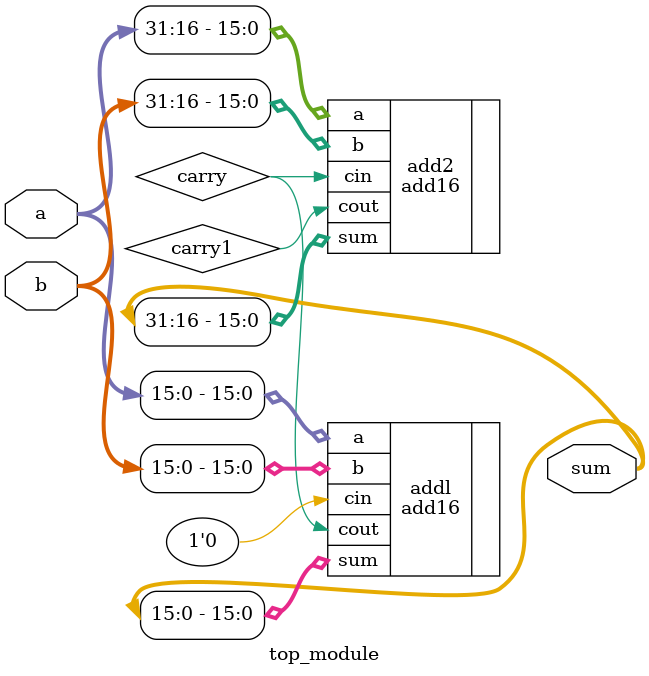
<source format=v>
module top_module(
    input [31:0] a,
    input [31:0] b,
    output [31:0] sum
);
    wire carry,carry1;
    add16 addl ( .a(a[15:0]), .b(b[15:0]), .cin(1'b0), .cout(carry), .sum(sum[15:0] ) );
    add16 add2 ( .a(a[31:16] ), .b(b[31:16] ), .cin(carry), .cout(carry1), .sum(sum[31:16] ) );
endmodule

</source>
